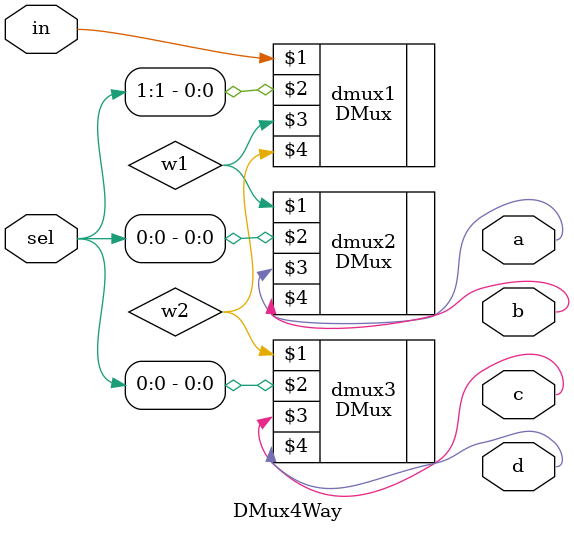
<source format=v>
`include "src/dmux.v"

module DMux4Way (
  input in,
  input[1:0] sel,
  output a,
  output b,
  output c,
  output d
);

  wire w1;
  wire w2;

  DMux dmux1(in, sel[1], w1, w2);
  DMux dmux2(w1, sel[0], a, b);
  DMux dmux3(w2, sel[0], c, d);

endmodule

</source>
